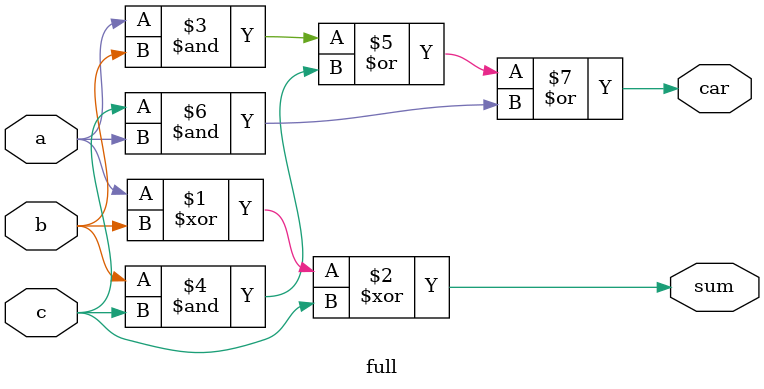
<source format=sv>
module full(a,b,c,sum,car);
  input a,b,c;
  output sum,car;
  
  assign sum=a^b^c;
  assign car=a&b|b&c|c&a;
endmodule
</source>
